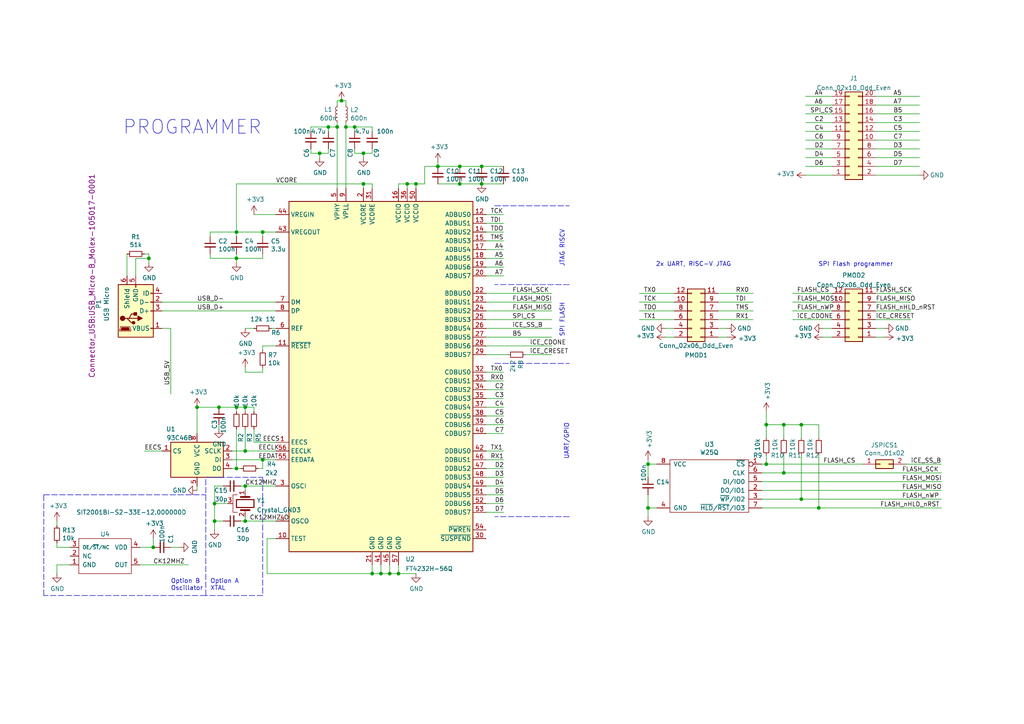
<source format=kicad_sch>
(kicad_sch (version 20211123) (generator eeschema)
  (paper "A4")
  (lib_symbols
    (symbol "Connector:USB_B_Micro" (pin_names (offset 1.016))
      (property "Reference" "J" (at -5.08 11.43 0))
      (property "Value" "USB_B_Micro" (at -5.08 8.89 0))
      (symbol "USB_B_Micro_1_1"
        (pin power_out line (at 7.62 5.08 180) (length 2.54) (name "VBUS") (number "1"))
        (pin bidirectional line (at 7.62 -2.54 180) (length 2.54) (name "D-") (number "2"))
        (pin bidirectional line (at 7.62 0 180) (length 2.54) (name "D+") (number "3"))
        (pin passive line (at 7.62 -5.08 180) (length 2.54) (name "ID") (number "4"))
        (pin power_out line (at 0 -10.16 90) (length 2.54) (name "GND") (number "5"))
        (pin passive line (at -2.54 -10.16 90) (length 2.54) (name "Shield") (number "6"))
      )
    )
    (symbol "Connector_Generic:Conn_02x01" (pin_names (offset 1.016) hide)
      (property "Reference" "J" (at 1.27 2.54 0))
      (property "Value" "Conn_02x01" (at 1.27 -2.54 0))
      (symbol "Conn_02x01_1_1"
        (pin passive line (at -5.08 0 0) (length 3.81) (name "Pin_1") (number "1"))
        (pin passive line (at 7.62 0 180) (length 3.81) (name "Pin_2") (number "2"))
      )
    )
    (symbol "Connector_Generic:Conn_02x06_Odd_Even" (pin_names (offset 1.016) hide)
      (property "Reference" "J" (at 1.27 7.62 0))
      (property "Value" "Conn_02x06_Odd_Even" (at 1.27 -10.16 0))
      (symbol "Conn_02x06_Odd_Even_1_1"
        (pin passive line (at -5.08 5.08 0) (length 3.81) (name "Pin_1") (number "1"))
        (pin passive line (at 7.62 -5.08 180) (length 3.81) (name "Pin_10") (number "10"))
        (pin passive line (at -5.08 -7.62 0) (length 3.81) (name "Pin_11") (number "11"))
        (pin passive line (at 7.62 -7.62 180) (length 3.81) (name "Pin_12") (number "12"))
        (pin passive line (at 7.62 5.08 180) (length 3.81) (name "Pin_2") (number "2"))
        (pin passive line (at -5.08 2.54 0) (length 3.81) (name "Pin_3") (number "3"))
        (pin passive line (at 7.62 2.54 180) (length 3.81) (name "Pin_4") (number "4"))
        (pin passive line (at -5.08 0 0) (length 3.81) (name "Pin_5") (number "5"))
        (pin passive line (at 7.62 0 180) (length 3.81) (name "Pin_6") (number "6"))
        (pin passive line (at -5.08 -2.54 0) (length 3.81) (name "Pin_7") (number "7"))
        (pin passive line (at 7.62 -2.54 180) (length 3.81) (name "Pin_8") (number "8"))
        (pin passive line (at -5.08 -5.08 0) (length 3.81) (name "Pin_9") (number "9"))
      )
    )
    (symbol "Connector_Generic:Conn_02x10_Odd_Even" (pin_names (offset 1.016) hide)
      (property "Reference" "J" (at 1.27 12.7 0))
      (property "Value" "Conn_02x10_Odd_Even" (at 1.27 -15.24 0))
      (symbol "Conn_02x10_Odd_Even_1_1"
        (pin passive line (at -5.08 10.16 0) (length 3.81) (name "Pin_1") (number "1"))
        (pin passive line (at 7.62 0 180) (length 3.81) (name "Pin_10") (number "10"))
        (pin passive line (at -5.08 -2.54 0) (length 3.81) (name "Pin_11") (number "11"))
        (pin passive line (at 7.62 -2.54 180) (length 3.81) (name "Pin_12") (number "12"))
        (pin passive line (at -5.08 -5.08 0) (length 3.81) (name "Pin_13") (number "13"))
        (pin passive line (at 7.62 -5.08 180) (length 3.81) (name "Pin_14") (number "14"))
        (pin passive line (at -5.08 -7.62 0) (length 3.81) (name "Pin_15") (number "15"))
        (pin passive line (at 7.62 -7.62 180) (length 3.81) (name "Pin_16") (number "16"))
        (pin passive line (at -5.08 -10.16 0) (length 3.81) (name "Pin_17") (number "17"))
        (pin passive line (at 7.62 -10.16 180) (length 3.81) (name "Pin_18") (number "18"))
        (pin passive line (at -5.08 -12.7 0) (length 3.81) (name "Pin_19") (number "19"))
        (pin passive line (at 7.62 10.16 180) (length 3.81) (name "Pin_2") (number "2"))
        (pin passive line (at 7.62 -12.7 180) (length 3.81) (name "Pin_20") (number "20"))
        (pin passive line (at -5.08 7.62 0) (length 3.81) (name "Pin_3") (number "3"))
        (pin passive line (at 7.62 7.62 180) (length 3.81) (name "Pin_4") (number "4"))
        (pin passive line (at -5.08 5.08 0) (length 3.81) (name "Pin_5") (number "5"))
        (pin passive line (at 7.62 5.08 180) (length 3.81) (name "Pin_6") (number "6"))
        (pin passive line (at -5.08 2.54 0) (length 3.81) (name "Pin_7") (number "7"))
        (pin passive line (at 7.62 2.54 180) (length 3.81) (name "Pin_8") (number "8"))
        (pin passive line (at -5.08 0 0) (length 3.81) (name "Pin_9") (number "9"))
      )
    )
    (symbol "Device:C_Small" (pin_numbers hide) (pin_names (offset 0.254) hide)
      (property "Reference" "C" (at 0.254 1.778 0))
      (property "Value" "C_Small" (at 0.254 -2.032 0))
      (symbol "C_Small_1_1"
        (pin passive line (at 0 2.54 270) (length 2.032) (name "~") (number "1"))
        (pin passive line (at 0 -2.54 90) (length 2.032) (name "~") (number "2"))
      )
    )
    (symbol "Device:Crystal_GND3" (pin_names (offset 1.016) hide)
      (property "Reference" "Y" (at 0 5.715 0))
      (property "Value" "Crystal_GND3" (at 0 3.81 0))
      (symbol "Crystal_GND3_1_1"
        (pin passive line (at -3.81 0 0) (length 1.27) (name "1") (number "1"))
        (pin passive line (at 3.81 0 180) (length 1.27) (name "2") (number "2"))
        (pin passive line (at 0 -5.08 90) (length 1.27) (name "3") (number "3"))
      )
    )
    (symbol "Device:L_Small" (pin_numbers hide) (pin_names (offset 0.254) hide)
      (property "Reference" "L" (at 0.762 1.016 0))
      (property "Value" "L_Small" (at 0.762 -1.016 0))
      (symbol "L_Small_1_1"
        (pin passive line (at 0 2.54 270) (length 0.508) (name "~") (number "1"))
        (pin passive line (at 0 -2.54 90) (length 0.508) (name "~") (number "2"))
      )
    )
    (symbol "Device:R_Small" (pin_numbers hide) (pin_names (offset 0.254) hide)
      (property "Reference" "R" (at 0.762 0.508 0))
      (property "Value" "R_Small" (at 0.762 -1.016 0))
      (symbol "R_Small_1_1"
        (pin passive line (at 0 2.54 270) (length 0.762) (name "~") (number "1"))
        (pin passive line (at 0 -2.54 90) (length 0.762) (name "~") (number "2"))
      )
    )
    (symbol "Memory_EEPROM:93CxxA"
      (property "Reference" "U" (at -7.62 6.35 0))
      (property "Value" "93CxxA" (at 2.54 -6.35 0))
      (symbol "93CxxA_1_1"
        (pin input line (at -10.16 2.54 0) (length 2.54) (name "CS") (number "1"))
        (pin input line (at 10.16 2.54 180) (length 2.54) (name "SCLK") (number "2"))
        (pin input line (at 10.16 0 180) (length 2.54) (name "DI") (number "3"))
        (pin tri_state line (at 10.16 -2.54 180) (length 2.54) (name "DO") (number "4"))
        (pin power_in line (at 0 -7.62 90) (length 2.54) (name "GND") (number "5"))
        (pin no_connect line (at -7.62 0 0) (length 2.54) hide (name "NC") (number "6"))
        (pin no_connect line (at -7.62 -2.54 0) (length 2.54) hide (name "NC") (number "7"))
        (pin power_in line (at 0 7.62 270) (length 2.54) (name "VCC") (number "8"))
      )
    )
    (symbol "core-v-mini-mcu-spiboot-fpga-lib:FT4232H-56Q"
      (property "Reference" "U" (at -26.67 53.34 0))
      (property "Value" "FT4232H-56Q" (at 19.05 53.34 0))
      (symbol "FT4232H-56Q_1_1"
        (pin output line (at -30.48 -17.78 0) (length 3.81) (name "EECS") (number "1"))
        (pin input line (at -30.48 -45.72 0) (length 3.81) (name "TEST") (number "10"))
        (pin input line (at -30.48 10.16 0) (length 3.81) (name "~{RESET}") (number "11"))
        (pin bidirectional line (at 30.48 48.26 180) (length 3.81) (name "ADBUS0") (number "12"))
        (pin bidirectional line (at 30.48 45.72 180) (length 3.81) (name "ADBUS1") (number "13"))
        (pin bidirectional line (at 30.48 43.18 180) (length 3.81) (name "ADBUS2") (number "14"))
        (pin bidirectional line (at 30.48 40.64 180) (length 3.81) (name "ADBUS3") (number "15"))
        (pin power_in line (at 5.08 55.88 270) (length 3.81) (name "VCCIO") (number "16"))
        (pin bidirectional line (at 30.48 38.1 180) (length 3.81) (name "ADBUS4") (number "17"))
        (pin bidirectional line (at 30.48 35.56 180) (length 3.81) (name "ADBUS5") (number "18"))
        (pin bidirectional line (at 30.48 33.02 180) (length 3.81) (name "ADBUS6") (number "19"))
        (pin power_in line (at -5.08 55.88 270) (length 3.81) (name "VCORE") (number "2"))
        (pin bidirectional line (at 30.48 30.48 180) (length 3.81) (name "ADBUS7") (number "20"))
        (pin power_in line (at -2.54 -53.34 90) (length 3.81) (name "GND") (number "21"))
        (pin bidirectional line (at 30.48 25.4 180) (length 3.81) (name "BDBUS0") (number "22"))
        (pin bidirectional line (at 30.48 22.86 180) (length 3.81) (name "BDBUS1") (number "23"))
        (pin bidirectional line (at 30.48 20.32 180) (length 3.81) (name "BDBUS2") (number "24"))
        (pin bidirectional line (at 30.48 17.78 180) (length 3.81) (name "BDBUS3") (number "25"))
        (pin bidirectional line (at 30.48 15.24 180) (length 3.81) (name "BDBUS4") (number "26"))
        (pin bidirectional line (at 30.48 12.7 180) (length 3.81) (name "BDBUS5") (number "27"))
        (pin bidirectional line (at 30.48 10.16 180) (length 3.81) (name "BDBUS6") (number "28"))
        (pin bidirectional line (at 30.48 7.62 180) (length 3.81) (name "BDBUS7") (number "29"))
        (pin input line (at -30.48 -30.48 0) (length 3.81) (name "OSCI") (number "3"))
        (pin output line (at 30.48 -45.72 180) (length 3.81) (name "~{SUSPEND}") (number "30"))
        (pin power_in line (at -2.54 55.88 270) (length 3.81) (name "VCORE") (number "31"))
        (pin bidirectional line (at 30.48 2.54 180) (length 3.81) (name "CDBUS0") (number "32"))
        (pin bidirectional line (at 30.48 0 180) (length 3.81) (name "CDBUS1") (number "33"))
        (pin bidirectional line (at 30.48 -2.54 180) (length 3.81) (name "CDBUS2") (number "34"))
        (pin bidirectional line (at 30.48 -5.08 180) (length 3.81) (name "CDBUS3") (number "35"))
        (pin power_in line (at 7.62 55.88 270) (length 3.81) (name "VCCIO") (number "36"))
        (pin bidirectional line (at 30.48 -7.62 180) (length 3.81) (name "CDBUS4") (number "37"))
        (pin bidirectional line (at 30.48 -10.16 180) (length 3.81) (name "CDBUS5") (number "38"))
        (pin bidirectional line (at 30.48 -12.7 180) (length 3.81) (name "CDBUS6") (number "39"))
        (pin output line (at -30.48 -40.64 0) (length 3.81) (name "OSCO") (number "4"))
        (pin bidirectional line (at 30.48 -15.24 180) (length 3.81) (name "CDBUS7") (number "40"))
        (pin power_in line (at 0 -53.34 90) (length 3.81) (name "GND") (number "41"))
        (pin bidirectional line (at 30.48 -20.32 180) (length 3.81) (name "DDBUS0") (number "42"))
        (pin power_out line (at -30.48 43.18 0) (length 3.81) (name "VREGOUT") (number "43"))
        (pin power_in line (at -30.48 48.26 0) (length 3.81) (name "VREGIN") (number "44"))
        (pin power_in line (at 2.54 -53.34 90) (length 3.81) (name "GND") (number "45"))
        (pin bidirectional line (at 30.48 -22.86 180) (length 3.81) (name "DDBUS1") (number "46"))
        (pin bidirectional line (at 30.48 -25.4 180) (length 3.81) (name "DDBUS2") (number "47"))
        (pin bidirectional line (at 30.48 -27.94 180) (length 3.81) (name "DDBUS3") (number "48"))
        (pin bidirectional line (at 30.48 -30.48 180) (length 3.81) (name "DDBUS4") (number "49"))
        (pin power_in line (at -12.7 55.88 270) (length 3.81) (name "VPHY") (number "5"))
        (pin power_in line (at 10.16 55.88 270) (length 3.81) (name "VCCIO") (number "50"))
        (pin bidirectional line (at 30.48 -33.02 180) (length 3.81) (name "DDBUS5") (number "51"))
        (pin bidirectional line (at 30.48 -35.56 180) (length 3.81) (name "DDBUS6") (number "52"))
        (pin bidirectional line (at 30.48 -38.1 180) (length 3.81) (name "DDBUS7") (number "53"))
        (pin output line (at 30.48 -43.18 180) (length 3.81) (name "~{PWREN}") (number "54"))
        (pin bidirectional line (at -30.48 -22.86 0) (length 3.81) (name "EEDATA") (number "55"))
        (pin output line (at -30.48 -20.32 0) (length 3.81) (name "EECLK") (number "56"))
        (pin power_in line (at 5.08 -53.34 90) (length 3.81) (name "GND") (number "57"))
        (pin input line (at -30.48 15.24 0) (length 3.81) (name "REF") (number "6"))
        (pin bidirectional line (at -30.48 22.86 0) (length 3.81) (name "DM") (number "7"))
        (pin bidirectional line (at -30.48 20.32 0) (length 3.81) (name "DP") (number "8"))
        (pin power_in line (at -10.16 55.88 270) (length 3.81) (name "VPLL") (number "9"))
      )
    )
    (symbol "pkl_device:pkl_oscillator_sit2001" (pin_names (offset 1.016))
      (property "Reference" "U" (at 0 7.62 0))
      (property "Value" "pkl_oscillator_sit2001" (at 0 -6.35 0))
      (symbol "pkl_oscillator_sit2001_1_1"
        (pin passive line (at 10.16 -2.54 180) (length 2.54) (name "GND") (number "1"))
        (pin passive line (at 10.16 0 180) (length 2.54) (name "NC") (number "2"))
        (pin passive line (at 10.16 2.54 180) (length 2.54) (name "OE/~{ST}/NC") (number "3"))
        (pin passive line (at -10.16 2.54 0) (length 2.54) (name "VDD") (number "4"))
        (pin passive line (at -10.16 -2.54 0) (length 2.54) (name "OUT") (number "5"))
      )
    )
    (symbol "pkl_memory:W25Q" (pin_names (offset 1.016))
      (property "Reference" "U" (at 0 -10.16 0))
      (property "Value" "W25Q" (at 0 7.62 0))
      (symbol "W25Q_1_1"
        (pin passive inverted (at -15.24 5.08 0) (length 3.81) (name "~{CS}") (number "1"))
        (pin passive line (at -15.24 -2.54 0) (length 3.81) (name "DO/IO1") (number "2"))
        (pin passive line (at -15.24 -5.08 0) (length 3.81) (name "~{WP}/IO2") (number "3"))
        (pin passive line (at 15.24 -7.62 180) (length 3.81) (name "GND") (number "4"))
        (pin passive line (at -15.24 0 0) (length 3.81) (name "DI/IO0") (number "5"))
        (pin passive line (at -15.24 2.54 0) (length 3.81) (name "CLK") (number "6"))
        (pin passive line (at -15.24 -7.62 0) (length 3.81) (name "~{HLD}/~{RST}/IO3") (number "7"))
        (pin passive line (at 15.24 5.08 180) (length 3.81) (name "VCC") (number "8"))
      )
    )
    (symbol "power:+3.3V" (power) (pin_names (offset 0))
      (property "Value" "+3.3V" (at 0 3.556 0))
      (symbol "+3.3V_1_1"
        (pin power_in line (at 0 0 90) (length 0) hide (name "+3V3") (number "1"))
      )
    )
    (symbol "power:GND" (power) (pin_names (offset 0))
      (property "Value" "GND" (at 0 -3.81 0))
      (symbol "GND_1_1"
        (pin power_in line (at 0 0 270) (length 0) hide (name "GND") (number "1"))
      )
    )
  )
  (junction (at 71.12 151.13))
  (junction (at 71.12 140.97))
  (junction (at 237.49 147.32))
  (junction (at 43.18 74.93))
  (junction (at 99.06 29.21))
  (junction (at 139.7 53.34))
  (junction (at 102.87 36.83))
  (junction (at 105.41 53.34))
  (junction (at 68.58 135.89))
  (junction (at 113.03 166.37))
  (junction (at 227.33 123.19))
  (junction (at 95.25 36.83))
  (junction (at 97.79 36.83))
  (junction (at 133.35 48.26))
  (junction (at 105.41 44.45))
  (junction (at 133.35 53.34))
  (junction (at 68.58 74.93))
  (junction (at 232.41 144.78))
  (junction (at 227.33 137.16))
  (junction (at 76.2 67.31))
  (junction (at 118.11 53.34))
  (junction (at 63.5 118.11))
  (junction (at 71.12 118.11))
  (junction (at 76.2 133.35))
  (junction (at 100.33 36.83))
  (junction (at 232.41 123.19))
  (junction (at 62.23 146.05))
  (junction (at 71.12 130.81))
  (junction (at 110.49 166.37))
  (junction (at 222.25 123.19))
  (junction (at 139.7 48.26))
  (junction (at 107.95 166.37))
  (junction (at 222.25 134.62))
  (junction (at 68.58 118.11))
  (junction (at 115.57 166.37))
  (junction (at 57.15 118.11))
  (junction (at 120.65 53.34))
  (junction (at 44.45 158.75))
  (junction (at 92.71 44.45))
  (junction (at 187.96 147.32))
  (junction (at 68.58 67.31))
  (junction (at 187.96 134.62))
  (junction (at 62.23 151.13))
  (junction (at 127 48.26))
  (wire (pts (xy 233.68 33.02) (xy 241.3 33.02)))
  (wire (pts (xy 254 87.63) (xy 264.16 87.63)))
  (wire (pts (xy 41.91 73.66) (xy 43.18 73.66)))
  (wire (pts (xy 229.87 87.63) (xy 241.3 87.63)))
  (wire (pts (xy 146.05 140.97) (xy 140.97 140.97)))
  (wire (pts (xy 76.2 67.31) (xy 68.58 67.31)))
  (wire (pts (xy 39.37 80.01) (xy 39.37 74.93)))
  (wire (pts (xy 80.01 130.81) (xy 71.12 130.81)))
  (wire (pts (xy 229.87 92.71) (xy 241.3 92.71)))
  (wire (pts (xy 238.76 97.79) (xy 241.3 97.79)))
  (wire (pts (xy 185.42 87.63) (xy 195.58 87.63)))
  (wire (pts (xy 115.57 53.34) (xy 118.11 53.34)))
  (wire (pts (xy 146.05 130.81) (xy 140.97 130.81)))
  (wire (pts (xy 254 92.71) (xy 264.16 92.71)))
  (wire (pts (xy 16.51 157.48) (xy 16.51 158.75)))
  (wire (pts (xy 62.23 140.97) (xy 64.77 140.97)))
  (wire (pts (xy 76.2 74.93) (xy 68.58 74.93)))
  (polyline (pts (xy 165.1 82.55) (xy 143.51 82.55)))
  (wire (pts (xy 140.97 77.47) (xy 146.05 77.47)))
  (wire (pts (xy 110.49 166.37) (xy 113.03 166.37)))
  (wire (pts (xy 62.23 146.05) (xy 62.23 140.97)))
  (wire (pts (xy 49.53 95.25) (xy 49.53 114.3)))
  (wire (pts (xy 208.28 92.71) (xy 218.44 92.71)))
  (wire (pts (xy 71.12 119.38) (xy 71.12 118.11)))
  (wire (pts (xy 64.77 151.13) (xy 62.23 151.13)))
  (wire (pts (xy 99.06 29.21) (xy 97.79 29.21)))
  (wire (pts (xy 152.4 102.87) (xy 160.02 102.87)))
  (wire (pts (xy 107.95 54.61) (xy 107.95 53.34)))
  (wire (pts (xy 43.18 74.93) (xy 43.18 76.2)))
  (wire (pts (xy 105.41 44.45) (xy 107.95 44.45)))
  (wire (pts (xy 232.41 132.08) (xy 232.41 144.78)))
  (wire (pts (xy 68.58 67.31) (xy 68.58 68.58)))
  (wire (pts (xy 80.01 100.33) (xy 76.2 100.33)))
  (wire (pts (xy 69.85 151.13) (xy 71.12 151.13)))
  (wire (pts (xy 140.97 67.31) (xy 146.05 67.31)))
  (wire (pts (xy 220.98 144.78) (xy 232.41 144.78)))
  (wire (pts (xy 140.97 118.11) (xy 146.05 118.11)))
  (wire (pts (xy 97.79 36.83) (xy 95.25 36.83)))
  (wire (pts (xy 90.17 44.45) (xy 90.17 43.18)))
  (polyline (pts (xy 143.51 105.41) (xy 165.1 105.41)))
  (wire (pts (xy 254 27.94) (xy 266.7 27.94)))
  (wire (pts (xy 140.97 123.19) (xy 146.05 123.19)))
  (wire (pts (xy 73.66 128.27) (xy 73.66 124.46)))
  (wire (pts (xy 220.98 134.62) (xy 222.25 134.62)))
  (polyline (pts (xy 59.69 172.72) (xy 12.7 172.72)))
  (wire (pts (xy 71.12 130.81) (xy 67.31 130.81)))
  (wire (pts (xy 76.2 73.66) (xy 76.2 74.93)))
  (wire (pts (xy 71.12 140.97) (xy 80.01 140.97)))
  (wire (pts (xy 73.66 95.25) (xy 71.12 95.25)))
  (wire (pts (xy 254 38.1) (xy 266.7 38.1)))
  (wire (pts (xy 222.25 127) (xy 222.25 123.19)))
  (wire (pts (xy 113.03 166.37) (xy 115.57 166.37)))
  (wire (pts (xy 68.58 67.31) (xy 60.96 67.31)))
  (wire (pts (xy 62.23 151.13) (xy 62.23 146.05)))
  (wire (pts (xy 140.97 110.49) (xy 146.05 110.49)))
  (wire (pts (xy 220.98 142.24) (xy 273.05 142.24)))
  (wire (pts (xy 254 35.56) (xy 266.7 35.56)))
  (wire (pts (xy 100.33 29.21) (xy 100.33 30.48)))
  (polyline (pts (xy 143.51 59.69) (xy 165.1 59.69)))
  (wire (pts (xy 220.98 137.16) (xy 227.33 137.16)))
  (wire (pts (xy 208.28 87.63) (xy 218.44 87.63)))
  (wire (pts (xy 139.7 53.34) (xy 146.05 53.34)))
  (wire (pts (xy 71.12 118.11) (xy 68.58 118.11)))
  (wire (pts (xy 140.97 92.71) (xy 160.02 92.71)))
  (wire (pts (xy 187.96 143.51) (xy 187.96 147.32)))
  (wire (pts (xy 68.58 135.89) (xy 69.85 135.89)))
  (wire (pts (xy 133.35 53.34) (xy 139.7 53.34)))
  (wire (pts (xy 107.95 163.83) (xy 107.95 166.37)))
  (wire (pts (xy 68.58 74.93) (xy 60.96 74.93)))
  (wire (pts (xy 233.68 38.1) (xy 241.3 38.1)))
  (wire (pts (xy 67.31 135.89) (xy 68.58 135.89)))
  (wire (pts (xy 254 95.25) (xy 256.54 95.25)))
  (wire (pts (xy 127 48.26) (xy 123.19 48.26)))
  (wire (pts (xy 220.98 139.7) (xy 273.05 139.7)))
  (wire (pts (xy 95.25 44.45) (xy 92.71 44.45)))
  (wire (pts (xy 63.5 118.11) (xy 57.15 118.11)))
  (wire (pts (xy 71.12 106.68) (xy 71.12 107.95)))
  (wire (pts (xy 100.33 36.83) (xy 100.33 54.61)))
  (wire (pts (xy 140.97 125.73) (xy 146.05 125.73)))
  (polyline (pts (xy 59.69 172.72) (xy 59.69 138.43)))
  (wire (pts (xy 146.05 138.43) (xy 140.97 138.43)))
  (wire (pts (xy 140.97 62.23) (xy 146.05 62.23)))
  (wire (pts (xy 71.12 149.86) (xy 71.12 151.13)))
  (wire (pts (xy 254 33.02) (xy 266.7 33.02)))
  (wire (pts (xy 229.87 90.17) (xy 241.3 90.17)))
  (wire (pts (xy 68.58 74.93) (xy 68.58 76.2)))
  (wire (pts (xy 185.42 90.17) (xy 195.58 90.17)))
  (wire (pts (xy 80.01 95.25) (xy 78.74 95.25)))
  (wire (pts (xy 127 53.34) (xy 133.35 53.34)))
  (wire (pts (xy 68.58 118.11) (xy 63.5 118.11)))
  (wire (pts (xy 120.65 54.61) (xy 120.65 53.34)))
  (wire (pts (xy 229.87 85.09) (xy 241.3 85.09)))
  (wire (pts (xy 227.33 123.19) (xy 232.41 123.19)))
  (wire (pts (xy 208.28 85.09) (xy 218.44 85.09)))
  (wire (pts (xy 227.33 137.16) (xy 273.05 137.16)))
  (wire (pts (xy 187.96 133.35) (xy 187.96 134.62)))
  (wire (pts (xy 187.96 134.62) (xy 190.5 134.62)))
  (wire (pts (xy 90.17 36.83) (xy 90.17 38.1)))
  (wire (pts (xy 238.76 95.25) (xy 241.3 95.25)))
  (wire (pts (xy 97.79 36.83) (xy 97.79 54.61)))
  (wire (pts (xy 140.97 120.65) (xy 146.05 120.65)))
  (wire (pts (xy 123.19 48.26) (xy 123.19 53.34)))
  (wire (pts (xy 140.97 102.87) (xy 147.32 102.87)))
  (wire (pts (xy 73.66 119.38) (xy 73.66 118.11)))
  (wire (pts (xy 133.35 48.26) (xy 139.7 48.26)))
  (wire (pts (xy 140.97 113.03) (xy 146.05 113.03)))
  (polyline (pts (xy 12.7 172.72) (xy 12.7 143.51)))
  (polyline (pts (xy 63.5 138.43) (xy 76.2 138.43)))
  (wire (pts (xy 233.68 30.48) (xy 241.3 30.48)))
  (wire (pts (xy 146.05 74.93) (xy 140.97 74.93)))
  (wire (pts (xy 140.97 90.17) (xy 160.02 90.17)))
  (polyline (pts (xy 76.2 172.72) (xy 59.69 172.72)))
  (wire (pts (xy 140.97 85.09) (xy 160.02 85.09)))
  (wire (pts (xy 76.2 100.33) (xy 76.2 101.6)))
  (wire (pts (xy 102.87 43.18) (xy 102.87 44.45)))
  (wire (pts (xy 107.95 43.18) (xy 107.95 44.45)))
  (wire (pts (xy 237.49 147.32) (xy 273.05 147.32)))
  (polyline (pts (xy 76.2 138.43) (xy 76.2 172.72)))
  (wire (pts (xy 222.25 123.19) (xy 227.33 123.19)))
  (wire (pts (xy 44.45 158.75) (xy 44.45 156.21)))
  (wire (pts (xy 92.71 44.45) (xy 92.71 45.72)))
  (wire (pts (xy 60.96 67.31) (xy 60.96 68.58)))
  (wire (pts (xy 74.93 135.89) (xy 76.2 135.89)))
  (wire (pts (xy 97.79 29.21) (xy 97.79 30.48)))
  (wire (pts (xy 40.64 163.83) (xy 54.61 163.83)))
  (wire (pts (xy 140.97 72.39) (xy 146.05 72.39)))
  (wire (pts (xy 146.05 80.01) (xy 140.97 80.01)))
  (wire (pts (xy 80.01 67.31) (xy 76.2 67.31)))
  (wire (pts (xy 57.15 140.97) (xy 57.15 142.24)))
  (wire (pts (xy 97.79 36.83) (xy 97.79 35.56)))
  (wire (pts (xy 208.28 90.17) (xy 218.44 90.17)))
  (wire (pts (xy 95.25 43.18) (xy 95.25 44.45)))
  (wire (pts (xy 140.97 115.57) (xy 146.05 115.57)))
  (polyline (pts (xy 59.69 138.43) (xy 63.5 138.43)))
  (wire (pts (xy 233.68 27.94) (xy 241.3 27.94)))
  (wire (pts (xy 115.57 166.37) (xy 120.65 166.37)))
  (wire (pts (xy 208.28 97.79) (xy 210.82 97.79)))
  (wire (pts (xy 77.47 156.21) (xy 77.47 166.37)))
  (wire (pts (xy 110.49 163.83) (xy 110.49 166.37)))
  (wire (pts (xy 16.51 158.75) (xy 20.32 158.75)))
  (wire (pts (xy 57.15 118.11) (xy 57.15 125.73)))
  (wire (pts (xy 43.18 73.66) (xy 43.18 74.93)))
  (wire (pts (xy 187.96 147.32) (xy 187.96 149.86)))
  (wire (pts (xy 46.99 95.25) (xy 49.53 95.25)))
  (wire (pts (xy 49.53 158.75) (xy 52.07 158.75)))
  (wire (pts (xy 76.2 133.35) (xy 80.01 133.35)))
  (wire (pts (xy 187.96 134.62) (xy 187.96 138.43)))
  (wire (pts (xy 105.41 54.61) (xy 105.41 53.34)))
  (wire (pts (xy 193.04 95.25) (xy 195.58 95.25)))
  (wire (pts (xy 102.87 36.83) (xy 102.87 38.1)))
  (wire (pts (xy 20.32 163.83) (xy 16.51 163.83)))
  (wire (pts (xy 113.03 163.83) (xy 113.03 166.37)))
  (wire (pts (xy 222.25 134.62) (xy 250.19 134.62)))
  (wire (pts (xy 71.12 140.97) (xy 71.12 142.24)))
  (wire (pts (xy 233.68 35.56) (xy 241.3 35.56)))
  (wire (pts (xy 233.68 45.72) (xy 241.3 45.72)))
  (wire (pts (xy 146.05 135.89) (xy 140.97 135.89)))
  (wire (pts (xy 16.51 151.13) (xy 16.51 152.4)))
  (wire (pts (xy 46.99 87.63) (xy 80.01 87.63)))
  (wire (pts (xy 46.99 90.17) (xy 80.01 90.17)))
  (wire (pts (xy 60.96 74.93) (xy 60.96 73.66)))
  (wire (pts (xy 273.05 134.62) (xy 262.89 134.62)))
  (wire (pts (xy 67.31 133.35) (xy 76.2 133.35)))
  (wire (pts (xy 107.95 166.37) (xy 110.49 166.37)))
  (wire (pts (xy 107.95 36.83) (xy 107.95 38.1)))
  (wire (pts (xy 80.01 62.23) (xy 73.66 62.23)))
  (wire (pts (xy 232.41 123.19) (xy 237.49 123.19)))
  (wire (pts (xy 71.12 151.13) (xy 80.01 151.13)))
  (polyline (pts (xy 165.1 149.86) (xy 143.51 149.86)))
  (wire (pts (xy 140.97 95.25) (xy 160.02 95.25)))
  (wire (pts (xy 92.71 44.45) (xy 90.17 44.45)))
  (wire (pts (xy 77.47 166.37) (xy 107.95 166.37)))
  (wire (pts (xy 140.97 100.33) (xy 160.02 100.33)))
  (wire (pts (xy 73.66 118.11) (xy 71.12 118.11)))
  (wire (pts (xy 220.98 147.32) (xy 237.49 147.32)))
  (wire (pts (xy 107.95 53.34) (xy 105.41 53.34)))
  (wire (pts (xy 71.12 124.46) (xy 71.12 130.81)))
  (wire (pts (xy 208.28 95.25) (xy 210.82 95.25)))
  (wire (pts (xy 41.91 130.81) (xy 46.99 130.81)))
  (wire (pts (xy 76.2 135.89) (xy 76.2 133.35)))
  (wire (pts (xy 146.05 148.59) (xy 140.97 148.59)))
  (wire (pts (xy 227.33 123.19) (xy 227.33 127)))
  (wire (pts (xy 233.68 43.18) (xy 241.3 43.18)))
  (wire (pts (xy 146.05 64.77) (xy 140.97 64.77)))
  (wire (pts (xy 100.33 29.21) (xy 99.06 29.21)))
  (wire (pts (xy 36.83 73.66) (xy 36.83 80.01)))
  (wire (pts (xy 63.5 123.19) (xy 63.5 124.46)))
  (wire (pts (xy 115.57 54.61) (xy 115.57 53.34)))
  (wire (pts (xy 254 30.48) (xy 266.7 30.48)))
  (wire (pts (xy 69.85 140.97) (xy 71.12 140.97)))
  (wire (pts (xy 146.05 143.51) (xy 140.97 143.51)))
  (wire (pts (xy 115.57 163.83) (xy 115.57 166.37)))
  (wire (pts (xy 102.87 36.83) (xy 107.95 36.83)))
  (wire (pts (xy 71.12 107.95) (xy 76.2 107.95)))
  (wire (pts (xy 127 46.99) (xy 127 48.26)))
  (wire (pts (xy 254 85.09) (xy 264.16 85.09)))
  (wire (pts (xy 190.5 147.32) (xy 187.96 147.32)))
  (wire (pts (xy 127 48.26) (xy 133.35 48.26)))
  (wire (pts (xy 185.42 92.71) (xy 195.58 92.71)))
  (wire (pts (xy 254 90.17) (xy 264.16 90.17)))
  (wire (pts (xy 254 43.18) (xy 266.7 43.18)))
  (wire (pts (xy 100.33 36.83) (xy 102.87 36.83)))
  (wire (pts (xy 118.11 53.34) (xy 120.65 53.34)))
  (wire (pts (xy 100.33 35.56) (xy 100.33 36.83)))
  (wire (pts (xy 140.97 97.79) (xy 160.02 97.79)))
  (wire (pts (xy 120.65 53.34) (xy 123.19 53.34)))
  (wire (pts (xy 68.58 73.66) (xy 68.58 74.93)))
  (wire (pts (xy 222.25 123.19) (xy 222.25 119.38)))
  (wire (pts (xy 16.51 163.83) (xy 16.51 166.37)))
  (wire (pts (xy 193.04 97.79) (xy 195.58 97.79)))
  (wire (pts (xy 222.25 134.62) (xy 222.25 132.08)))
  (wire (pts (xy 95.25 36.83) (xy 95.25 38.1)))
  (wire (pts (xy 139.7 48.26) (xy 146.05 48.26)))
  (wire (pts (xy 39.37 74.93) (xy 43.18 74.93)))
  (wire (pts (xy 254 50.8) (xy 266.7 50.8)))
  (wire (pts (xy 80.01 156.21) (xy 77.47 156.21)))
  (wire (pts (xy 140.97 133.35) (xy 146.05 133.35)))
  (wire (pts (xy 227.33 132.08) (xy 227.33 137.16)))
  (polyline (pts (xy 12.7 143.51) (xy 59.69 143.51)))
  (wire (pts (xy 146.05 146.05) (xy 140.97 146.05)))
  (wire (pts (xy 185.42 85.09) (xy 195.58 85.09)))
  (wire (pts (xy 118.11 54.61) (xy 118.11 53.34)))
  (wire (pts (xy 80.01 128.27) (xy 73.66 128.27)))
  (wire (pts (xy 254 45.72) (xy 266.7 45.72)))
  (wire (pts (xy 68.58 119.38) (xy 68.58 118.11)))
  (wire (pts (xy 140.97 107.95) (xy 146.05 107.95)))
  (wire (pts (xy 233.68 40.64) (xy 241.3 40.64)))
  (wire (pts (xy 102.87 44.45) (xy 105.41 44.45)))
  (wire (pts (xy 105.41 44.45) (xy 105.41 45.72)))
  (wire (pts (xy 68.58 124.46) (xy 68.58 135.89)))
  (wire (pts (xy 254 40.64) (xy 266.7 40.64)))
  (wire (pts (xy 140.97 87.63) (xy 160.02 87.63)))
  (wire (pts (xy 76.2 107.95) (xy 76.2 106.68)))
  (wire (pts (xy 232.41 127) (xy 232.41 123.19)))
  (wire (pts (xy 76.2 68.58) (xy 76.2 67.31)))
  (wire (pts (xy 40.64 158.75) (xy 44.45 158.75)))
  (wire (pts (xy 68.58 67.31) (xy 68.58 53.34)))
  (wire (pts (xy 254 48.26) (xy 266.7 48.26)))
  (wire (pts (xy 237.49 132.08) (xy 237.49 147.32)))
  (wire (pts (xy 237.49 123.19) (xy 237.49 127)))
  (wire (pts (xy 62.23 151.13) (xy 62.23 153.67)))
  (wire (pts (xy 95.25 36.83) (xy 90.17 36.83)))
  (wire (pts (xy 233.68 50.8) (xy 241.3 50.8)))
  (wire (pts (xy 105.41 53.34) (xy 68.58 53.34)))
  (wire (pts (xy 62.23 146.05) (xy 66.04 146.05)))
  (wire (pts (xy 233.68 48.26) (xy 241.3 48.26)))
  (wire (pts (xy 232.41 144.78) (xy 273.05 144.78)))
  (wire (pts (xy 254 97.79) (xy 256.54 97.79)))
  (wire (pts (xy 146.05 69.85) (xy 140.97 69.85)))
  (text "SPI FLASH" (at 163.83 97.79 90) (effects (font (size 1.27 1.27)) (justify left bottom)))
  (text "SPI Flash programmer" (at 259.08 77.47 180) (effects (font (size 1.27 1.27)) (justify right bottom)))
  (text "JTAG RISCV" (at 163.83 77.47 90) (effects (font (size 1.27 1.27)) (justify left bottom)))
  (text "UART/GPIO" (at 165.1 133.35 90) (effects (font (size 1.27 1.27)) (justify left bottom)))
  (text "Option A\nXTAL" (at 60.96 171.45 0) (effects (font (size 1.27 1.27)) (justify left bottom)))
  (text "2x UART, RISC-V JTAG" (at 212.09 77.47 180) (effects (font (size 1.27 1.27)) (justify right bottom)))
  (text "PROGRAMMER" (at 35.56 39.37 0) (effects (font (size 3.9878 3.9878)) (justify left bottom)))
  (text "Option B \nOscillator" (at 49.53 171.45 0) (effects (font (size 1.27 1.27)) (justify left bottom)))
  (label "iCE_SS_B" (at 148.59 95.25 0))
  (label "TCK" (at 142.24 62.23 0))
  (label "TMS" (at 213.36 90.17 0))
  (label "D3" (at 259.08 43.18 0))
  (label "C4" (at 143.51 118.11 0))
  (label "RX0" (at 142.24 110.49 0))
  (label "EECLK" (at 74.93 130.81 0))
  (label "FLASH_nWP" (at 231.14 90.17 0))
  (label "RX1" (at 213.36 92.71 0))
  (label "D2" (at 143.51 135.89 0))
  (label "TX1" (at 186.69 92.71 0))
  (label "FLASH_nWP" (at 261.62 144.78 0))
  (label "TDI" (at 142.24 64.77 0))
  (label "FLASH_CS" (at 238.76 134.62 0))
  (label "USB_5V" (at 49.53 111.76 90))
  (label "D6" (at 143.51 146.05 0))
  (label "D5" (at 259.08 45.72 0))
  (label "FLASH_MISO" (at 148.59 90.17 0))
  (label "D5" (at 143.51 143.51 0))
  (label "C5" (at 259.08 38.1 0))
  (label "TDO" (at 142.24 67.31 0))
  (label "C3" (at 259.08 35.56 0))
  (label "B5" (at 259.08 33.02 0))
  (label "C7" (at 259.08 40.64 0))
  (label "FLASH_CS" (at 231.14 85.09 0))
  (label "C7" (at 143.51 125.73 0))
  (label "D6" (at 236.22 48.26 0))
  (label "iCE_CRESET" (at 254 92.71 0))
  (label "FLASH_MISO" (at 254 87.63 0))
  (label "iCE_CDONE" (at 231.14 92.71 0))
  (label "iCE_CRESET" (at 153.67 102.87 0))
  (label "iCE_CDONE" (at 153.67 100.33 0))
  (label "RX0" (at 213.36 85.09 0))
  (label "EECS" (at 76.2 128.27 0))
  (label "FLASH_nHLD_nRST" (at 255.27 147.32 0))
  (label "FLASH_MOSI" (at 261.62 139.7 0))
  (label "A5" (at 259.08 27.94 0))
  (label "SPI_CS" (at 234.95 33.02 0))
  (label "USB_D-" (at 57.15 87.63 0))
  (label "CK12MHZ" (at 44.45 163.83 0))
  (label "C3" (at 143.51 115.57 0))
  (label "A4" (at 143.51 72.39 0))
  (label "D4" (at 236.22 45.72 0))
  (label "C5" (at 143.51 120.65 0))
  (label "TMS" (at 142.24 69.85 0))
  (label "RX1" (at 142.24 133.35 0))
  (label "A5" (at 143.51 74.93 0))
  (label "FLASH_MOSI" (at 231.14 87.63 0))
  (label "D7" (at 259.08 48.26 0))
  (label "VCORE" (at 80.01 53.34 0))
  (label "FLASH_MISO" (at 261.62 142.24 0))
  (label "USB_D+" (at 57.15 90.17 0))
  (label "A7" (at 259.08 30.48 0))
  (label "A7" (at 143.51 80.01 0))
  (label "C2" (at 143.51 113.03 0))
  (label "C4" (at 236.22 38.1 0))
  (label "FLASH_SCK" (at 261.62 137.16 0))
  (label "SPI_CS" (at 148.59 92.71 0))
  (label "D7" (at 143.51 148.59 0))
  (label "FLASH_MOSI" (at 148.59 87.63 0))
  (label "TX1" (at 142.24 130.81 0))
  (label "TX0" (at 186.69 85.09 0))
  (label "A6" (at 236.22 30.48 0))
  (label "EECS" (at 41.91 130.81 0))
  (label "CK12MHZ_O" (at 72.39 151.13 0))
  (label "FLASH_SCK" (at 254 85.09 0))
  (label "D2" (at 236.22 43.18 0))
  (label "D4" (at 143.51 140.97 0))
  (label "TDO" (at 186.69 90.17 0))
  (label "CK12MHZ" (at 71.12 140.97 0))
  (label "C6" (at 236.22 40.64 0))
  (label "FLASH_nHLD_nRST" (at 254 90.17 0))
  (label "C6" (at 143.51 123.19 0))
  (label "A6" (at 143.51 77.47 0))
  (label "TCK" (at 186.69 87.63 0))
  (label "D3" (at 143.51 138.43 0))
  (label "C2" (at 236.22 35.56 0))
  (label "TX0" (at 142.24 107.95 0))
  (label "iCE_SS_B" (at 264.16 134.62 0))
  (label "A4" (at 236.22 27.94 0))
  (label "FLASH_SCK" (at 148.59 85.09 0))
  (label "TDI" (at 213.36 87.63 0))
  (label "EEDAT" (at 74.93 133.35 0))
  (label "B5" (at 148.59 97.79 0))
  (symbol (lib_id "Device:R_Small") (at 68.58 121.92 180) (unit 1)
    (property "Reference" "R2" (at 69.85 128.27 90) (effects (justify right)))
    (property "Value" "10k" (at 68.58 118.11 90) (effects (justify right)))
    (property "Footprint" "Resistor_SMD:R_0603_1608Metric" (effects hide))
    (property "Digikey Part Number" "P10KGCT-ND" (effects hide))
    (property "Mouser Part Number" "667-ERJ-3GEYJ103V" (effects hide))
  )
  (symbol (lib_id "Device:R_Small") (at 16.51 154.94 180) (unit 1)
    (property "Reference" "R13" (at 18.0086 153.7716 0) (effects (justify right)))
    (property "Value" "10k" (at 18.0086 156.083 0) (effects (justify right)))
    (property "Footprint" "Resistor_SMD:R_0603_1608Metric" (effects hide))
    (property "Digikey Part Number" "P10KGCT-ND" (effects hide))
    (property "Mouser Part Number" "667-ERJ-3GEYJ103V" (effects hide))
  )
  (symbol (lib_id "Device:C_Small") (at 146.05 50.8 0) (unit 1)
    (property "Reference" "C13" (at 148.3868 49.6316 0) (effects (justify left)))
    (property "Value" "100n" (at 148.3868 51.943 0) (effects (justify left)))
    (property "Footprint" "Capacitor_SMD:C_0603_1608Metric" (effects hide))
    (property "Digikey Part Number" "399-9158-1-ND" (effects hide))
    (property "Mouser Part Number" "80-C0805C104Z3V" (effects hide))
  )
  (symbol (lib_id "Device:C_Small") (at 107.95 40.64 0) (unit 1)
    (property "Reference" "C9" (at 109.22 45.72 90) (effects (justify left)))
    (property "Value" "100n" (at 109.22 38.1 0) (effects (justify left)))
    (property "Footprint" "Capacitor_SMD:C_0603_1608Metric" (effects hide))
    (property "Digikey Part Number" "399-9158-1-ND" (effects hide))
    (property "Mouser Part Number" "80-C0805C104Z3V" (effects hide))
  )
  (symbol (lib_id "Device:C_Small") (at 67.31 140.97 90) (unit 1)
    (property "Reference" "C15" (at 66.04 142.24 90) (effects (justify left)))
    (property "Value" "30p" (at 66.04 144.78 90) (effects (justify left)))
    (property "Footprint" "Capacitor_SMD:C_0603_1608Metric" (effects hide))
    (property "Digikey Part Number" "399-9158-1-ND" (effects hide))
    (property "Mouser Part Number" "80-C0805C104Z3V" (effects hide))
  )
  (symbol (lib_id "power:GND") (at 92.71 45.72 0) (unit 1)
    (property "Reference" "#PWR09" (effects hide))
    (property "Value" "GND" (at 92.837 50.1142 0))
  )
  (symbol (lib_id "Connector_Generic:Conn_02x01") (at 255.27 134.62 0) (unit 1)
    (property "Reference" "JSPICS1" (at 256.54 129.1082 0))
    (property "Value" "Conn_01x02" (at 256.54 131.4196 0))
    (property "Footprint" "Connector_PinHeader_2.54mm:PinHeader_1x02_P2.54mm_Vertical" (effects hide))
    (property "Digikey Part Number" "2057-PH1-02-UA-ND" (effects hide))
  )
  (symbol (lib_id "power:GND") (at 105.41 45.72 0) (unit 1)
    (property "Reference" "#PWR011" (effects hide))
    (property "Value" "GND" (at 105.537 50.1142 0))
  )
  (symbol (lib_id "power:GND") (at 193.04 95.25 270) (unit 1)
    (property "Reference" "#PWR017" (effects hide))
    (property "Value" "GND" (at 187.96 95.25 90))
  )
  (symbol (lib_id "Device:C_Small") (at 127 50.8 0) (unit 1)
    (property "Reference" "C10" (at 129.3368 49.6316 0) (effects (justify left)))
    (property "Value" "100n" (at 129.3368 51.943 0) (effects (justify left)))
    (property "Footprint" "Capacitor_SMD:C_0603_1608Metric" (effects hide))
    (property "Digikey Part Number" "399-9158-1-ND" (effects hide))
    (property "Mouser Part Number" "80-C0805C104Z3V" (effects hide))
  )
  (symbol (lib_id "power:+3.3V") (at 99.06 29.21 0) (unit 1)
    (property "Reference" "#PWR010" (effects hide))
    (property "Value" "+3.3V" (at 99.441 24.8158 0))
  )
  (symbol (lib_id "Connector_Generic:Conn_02x06_Odd_Even") (at 203.2 92.71 180) (unit 1)
    (property "Reference" "PMOD1" (at 201.93 103.0265 0))
    (property "Value" "Conn_02x06_Odd_Even" (at 201.93 100.2514 0))
    (property "Footprint" "Connector_PinHeader_2.54mm:PinHeader_2x06_P2.54mm_Horizontal" (effects hide))
  )
  (symbol (lib_id "Device:R_Small") (at 237.49 129.54 0) (unit 1)
    (property "Reference" "R12" (at 233.68 132.08 0) (effects (justify left)))
    (property "Value" "10k" (at 234.95 130.81 90) (effects (justify left)))
    (property "Footprint" "Resistor_SMD:R_0603_1608Metric" (effects hide))
    (property "Digikey Part Number" "P10KGCT-ND" (effects hide))
    (property "Mouser Part Number" "667-ERJ-3GEYJ103V" (effects hide))
  )
  (symbol (lib_id "Device:L_Small") (at 97.79 33.02 0) (mirror y) (unit 1)
    (property "Reference" "L1" (at 93.98 31.75 0) (effects (justify right)))
    (property "Value" "600n" (at 92.71 34.29 0) (effects (justify right)))
    (property "Footprint" "Inductor_SMD:L_0805_2012Metric" (effects hide))
    (property "Digikey Part Number" "2035-1293-1-ND" (effects hide))
  )
  (symbol (lib_id "power:GND") (at 187.96 149.86 0) (unit 1)
    (property "Reference" "#PWR016" (effects hide))
    (property "Value" "GND" (at 188.087 154.2542 0))
  )
  (symbol (lib_id "power:+3.3V") (at 44.45 156.21 0) (unit 1)
    (property "Reference" "#PWR0103" (effects hide))
    (property "Value" "+3.3V" (at 44.831 151.8158 0))
  )
  (symbol (lib_id "pkl_memory:W25Q") (at 205.74 139.7 0) (mirror y) (unit 1)
    (property "Reference" "U3" (at 205.74 128.905 0))
    (property "Value" "W25Q" (at 205.74 131.2164 0))
    (property "Footprint" "Package_SO:SOIC-8_5.23x5.23mm_P1.27mm" (effects hide))
    (property "Digikey Part Number" "W25Q128JVSIMCT-ND" (effects hide))
    (property "Mouser Part Number" "454-W25Q128JVSIMTR" (effects hide))
  )
  (symbol (lib_id "Device:C_Small") (at 95.25 40.64 0) (unit 1)
    (property "Reference" "C7" (at 96.52 45.72 90) (effects (justify left)))
    (property "Value" "4.7u" (at 90.17 38.1 0) (effects (justify left)))
    (property "Footprint" "Capacitor_SMD:C_0805_2012Metric" (effects hide))
    (property "Digikey Part Number" "399-3134-1-ND" (effects hide))
    (property "Mouser Part Number" "80-C0805C475K9P" (effects hide))
  )
  (symbol (lib_id "power:+3.3V") (at 210.82 97.79 270) (unit 1)
    (property "Reference" "#PWR020" (effects hide))
    (property "Value" "+3.3V" (at 214.0712 98.171 90) (effects (justify left)))
  )
  (symbol (lib_id "Device:C_Small") (at 76.2 71.12 0) (unit 1)
    (property "Reference" "C5" (at 78.5368 69.9516 0) (effects (justify left)))
    (property "Value" "3.3u" (at 78.5368 72.263 0) (effects (justify left)))
    (property "Footprint" "Capacitor_SMD:C_0805_2012Metric" (effects hide))
    (property "Digikey Part Number" "399-3129-1-ND" (effects hide))
    (property "Mouser Part Number" "80-C0805C335K8P" (effects hide))
  )
  (symbol (lib_id "power:+3.3V") (at 73.66 62.23 0) (unit 1)
    (property "Reference" "#PWR08" (effects hide))
    (property "Value" "+3.3V" (at 74.041 57.8358 0))
  )
  (symbol (lib_id "power:+3.3V") (at 222.25 119.38 0) (unit 1)
    (property "Reference" "#PWR021" (effects hide))
    (property "Value" "+3.3V" (at 222.631 116.1288 90) (effects (justify left)))
  )
  (symbol (lib_id "power:GND") (at 139.7 53.34 0) (unit 1)
    (property "Reference" "#PWR014" (effects hide))
    (property "Value" "GND" (at 139.827 57.7342 0))
  )
  (symbol (lib_id "Device:C_Small") (at 187.96 140.97 0) (unit 1)
    (property "Reference" "C14" (at 190.2968 139.8016 0) (effects (justify left)))
    (property "Value" "100n" (at 186.69 139.7 90) (effects (justify left)))
    (property "Footprint" "Capacitor_SMD:C_0603_1608Metric" (effects hide))
    (property "Digikey Part Number" "399-9158-1-ND" (effects hide))
    (property "Mouser Part Number" "80-C0805C104Z3V" (effects hide))
  )
  (symbol (lib_id "Device:R_Small") (at 71.12 121.92 180) (unit 1)
    (property "Reference" "R3" (at 72.39 128.27 90) (effects (justify right)))
    (property "Value" "10k" (at 71.12 118.11 90) (effects (justify right)))
    (property "Footprint" "Resistor_SMD:R_0603_1608Metric" (effects hide))
    (property "Digikey Part Number" "P10KGCT-ND" (effects hide))
    (property "Mouser Part Number" "667-ERJ-3GEYJ103V" (effects hide))
  )
  (symbol (lib_id "core-v-mini-mcu-spiboot-fpga-lib:FT4232H-56Q") (at 110.49 110.49 0) (unit 1)
    (property "Reference" "U2" (at 117.5894 162.1695 0) (effects (justify left)))
    (property "Value" "FT4232H-56Q" (at 117.5894 164.9446 0) (effects (justify left)))
    (property "Footprint" "Package_DFN_QFN:QFN-56-1EP_8x8mm_P0.5mm_EP5.9x5.9mm" (effects hide))
    (property "Datasheet" "https://www.ftdichip.com/Support/Documents/DataSheets/ICs/DS_FT4232H.pdf" (effects hide))
  )
  (symbol (lib_id "Device:C_Small") (at 90.17 40.64 0) (unit 1)
    (property "Reference" "C6" (at 88.9 45.72 90) (effects (justify left)))
    (property "Value" "100n" (at 85.09 38.1 0) (effects (justify left)))
    (property "Footprint" "Capacitor_SMD:C_0603_1608Metric" (effects hide))
    (property "Digikey Part Number" "399-9158-1-ND" (effects hide))
    (property "Mouser Part Number" "80-C0805C104Z3V" (effects hide))
  )
  (symbol (lib_id "power:+3.3V") (at 57.15 118.11 0) (unit 1)
    (property "Reference" "#PWR02" (effects hide))
    (property "Value" "+3.3V" (at 57.531 113.7158 0))
  )
  (symbol (lib_id "Device:R_Small") (at 76.2 95.25 90) (unit 1)
    (property "Reference" "R6" (at 80.01 96.52 90))
    (property "Value" "12k 1%" (at 76.2 92.583 90))
    (property "Footprint" "Resistor_SMD:R_0603_1608Metric" (effects hide))
    (property "Digikey Part Number" "118-CR0603-FX-1202ELFCT-ND" (effects hide))
    (property "Mouser Part Number" "652-CR0603FX-1202ELF" (effects hide))
  )
  (symbol (lib_id "power:GND") (at 256.54 95.25 90) (unit 1)
    (property "Reference" "#PWR026" (effects hide))
    (property "Value" "GND" (at 261.62 95.25 90))
  )
  (symbol (lib_id "power:GND") (at 62.23 153.67 0) (unit 1)
    (property "Reference" "#PWR0105" (effects hide))
    (property "Value" "GND" (at 62.357 158.0642 0))
  )
  (symbol (lib_id "power:GND") (at 238.76 95.25 270) (unit 1)
    (property "Reference" "#PWR024" (effects hide))
    (property "Value" "GND" (at 233.68 95.25 90))
  )
  (symbol (lib_id "Device:R_Small") (at 227.33 129.54 0) (unit 1)
    (property "Reference" "R10" (at 223.52 132.08 0) (effects (justify left)))
    (property "Value" "10k" (at 224.79 130.81 90) (effects (justify left)))
    (property "Footprint" "Resistor_SMD:R_0603_1608Metric" (effects hide))
    (property "Digikey Part Number" "P10KGCT-ND" (effects hide))
    (property "Mouser Part Number" "667-ERJ-3GEYJ103V" (effects hide))
  )
  (symbol (lib_id "Device:L_Small") (at 100.33 33.02 0) (unit 1)
    (property "Reference" "L2" (at 101.5492 31.8516 0) (effects (justify left)))
    (property "Value" "600n" (at 101.6 34.29 0) (effects (justify left)))
    (property "Footprint" "Inductor_SMD:L_0805_2012Metric" (effects hide))
    (property "Digikey Part Number" "2035-1293-1-ND" (effects hide))
  )
  (symbol (lib_id "power:GND") (at 16.51 166.37 0) (unit 1)
    (property "Reference" "#PWR0102" (effects hide))
    (property "Value" "GND" (at 16.637 170.7642 0))
  )
  (symbol (lib_id "Device:C_Small") (at 46.99 158.75 270) (unit 1)
    (property "Reference" "C1" (at 49.53 154.94 0) (effects (justify left)))
    (property "Value" "100n" (at 46.99 152.4 0) (effects (justify left)))
    (property "Footprint" "Capacitor_SMD:C_0603_1608Metric" (effects hide))
    (property "Digikey Part Number" "399-9158-1-ND" (effects hide))
    (property "Mouser Part Number" "80-C0805C104Z3V" (effects hide))
  )
  (symbol (lib_id "power:GND") (at 63.5 124.46 0) (unit 1)
    (property "Reference" "#PWR04" (effects hide))
    (property "Value" "GND" (at 63.627 128.8542 0))
  )
  (symbol (lib_id "Device:R_Small") (at 232.41 129.54 0) (unit 1)
    (property "Reference" "R11" (at 228.6 132.08 0) (effects (justify left)))
    (property "Value" "10k" (at 229.87 130.81 90) (effects (justify left)))
    (property "Footprint" "Resistor_SMD:R_0603_1608Metric" (effects hide))
    (property "Digikey Part Number" "P10KGCT-ND" (effects hide))
    (property "Mouser Part Number" "667-ERJ-3GEYJ103V" (effects hide))
  )
  (symbol (lib_id "power:+3.3V") (at 187.96 133.35 0) (unit 1)
    (property "Reference" "#PWR015" (effects hide))
    (property "Value" "+3.3V" (at 188.341 130.0988 90) (effects (justify left)))
  )
  (symbol (lib_id "power:GND") (at 68.58 76.2 0) (unit 1)
    (property "Reference" "#PWR05" (effects hide))
    (property "Value" "GND" (at 68.707 80.5942 0))
  )
  (symbol (lib_id "pkl_device:pkl_oscillator_sit2001") (at 30.48 161.29 0) (mirror y) (unit 1)
    (property "Reference" "U4" (at 30.48 154.94 0))
    (property "Value" "SIT2001BI-S2-33E-12.000000D" (at 38.1 148.59 0))
    (property "Footprint" "Package_TO_SOT_SMD:TSOT-23-5_HandSoldering" (effects hide))
    (property "Digikey Part Number" "SIT2001BI-S2-33E-12.000000DCT-ND" (effects hide))
    (property "Mouser Part Number" "788-2001BIS233E120G" (effects hide))
  )
  (symbol (lib_id "power:+3.3V") (at 127 46.99 0) (unit 1)
    (property "Reference" "#PWR013" (effects hide))
    (property "Value" "+3.3V" (at 127.381 42.5958 0))
  )
  (symbol (lib_id "power:GND") (at 71.12 95.25 0) (unit 1)
    (property "Reference" "#PWR06" (effects hide))
    (property "Value" "GND" (at 71.247 99.6442 0))
  )
  (symbol (lib_id "Device:R_Small") (at 73.66 121.92 180) (unit 1)
    (property "Reference" "R5" (at 74.93 128.27 90) (effects (justify right)))
    (property "Value" "10k" (at 73.66 118.11 90) (effects (justify right)))
    (property "Footprint" "Resistor_SMD:R_0603_1608Metric" (effects hide))
    (property "Digikey Part Number" "P10KGCT-ND" (effects hide))
    (property "Mouser Part Number" "667-ERJ-3GEYJ103V" (effects hide))
  )
  (symbol (lib_id "power:GND") (at 57.15 142.24 270) (unit 1)
    (property "Reference" "#PWR03" (effects hide))
    (property "Value" "GND" (at 52.07 142.24 90))
  )
  (symbol (lib_id "Device:R_Small") (at 222.25 129.54 0) (unit 1)
    (property "Reference" "R9" (at 218.44 132.08 0) (effects (justify left)))
    (property "Value" "10k" (at 219.71 130.81 90) (effects (justify left)))
    (property "Footprint" "Resistor_SMD:R_0603_1608Metric" (effects hide))
    (property "Digikey Part Number" "P10KGCT-ND" (effects hide))
    (property "Mouser Part Number" "667-ERJ-3GEYJ103V" (effects hide))
  )
  (symbol (lib_id "Device:R_Small") (at 39.37 73.66 90) (unit 1)
    (property "Reference" "R1" (at 39.37 68.6816 90))
    (property "Value" "51k" (at 39.37 70.993 90))
    (property "Footprint" "Resistor_SMD:R_0603_1608Metric" (effects hide))
    (property "Digikey Part Number" "2019-RK73B1JTTD513JCT-ND" (effects hide))
    (property "Mouser Part Number" "660-RK73B1JTTD513J" (effects hide))
  )
  (symbol (lib_id "Device:R_Small") (at 76.2 104.14 0) (unit 1)
    (property "Reference" "R7" (at 77.6986 102.9716 0) (effects (justify left)))
    (property "Value" "10k" (at 77.6986 105.283 0) (effects (justify left)))
    (property "Footprint" "Resistor_SMD:R_0603_1608Metric" (effects hide))
    (property "Digikey Part Number" "P10KGCT-ND" (effects hide))
    (property "Mouser Part Number" "667-ERJ-3GEYJ103V" (effects hide))
  )
  (symbol (lib_id "Device:C_Small") (at 68.58 71.12 0) (unit 1)
    (property "Reference" "C4" (at 70.9168 69.9516 0) (effects (justify left)))
    (property "Value" "100n" (at 70.9168 72.263 0) (effects (justify left)))
    (property "Footprint" "Capacitor_SMD:C_0603_1608Metric" (effects hide))
    (property "Digikey Part Number" "399-9158-1-ND" (effects hide))
    (property "Mouser Part Number" "80-C0805C104Z3V" (effects hide))
  )
  (symbol (lib_id "power:+3.3V") (at 238.76 97.79 90) (unit 1)
    (property "Reference" "#PWR025" (effects hide))
    (property "Value" "+3.3V" (at 235.5088 97.409 90) (effects (justify left)))
  )
  (symbol (lib_id "power:GND") (at 52.07 158.75 90) (unit 1)
    (property "Reference" "#PWR0104" (effects hide))
    (property "Value" "GND" (at 56.4642 158.623 0))
  )
  (symbol (lib_id "Connector:USB_B_Micro") (at 39.37 90.17 0) (mirror x) (unit 1)
    (property "Reference" "P1" (at 28.575 88.1888 90))
    (property "Value" "USB Micro" (at 30.8864 88.1888 90))
    (property "Footprint" "Connector_USB:USB_Micro-B_Molex-105017-0001" (at 26.67 80.01 90) (effects (font (size 1.524 1.524))))
    (property "Digikey Part Number" "WM1399CT-ND" (effects hide))
    (property "Mouser Part Number" "538-105017-0001" (effects hide))
  )
  (symbol (lib_id "Device:C_Small") (at 67.31 151.13 90) (unit 1)
    (property "Reference" "C16" (at 72.39 153.67 90) (effects (justify left)))
    (property "Value" "30p" (at 72.39 156.21 90) (effects (justify left)))
    (property "Footprint" "Capacitor_SMD:C_0603_1608Metric" (effects hide))
    (property "Digikey Part Number" "399-9158-1-ND" (effects hide))
    (property "Mouser Part Number" "80-C0805C104Z3V" (effects hide))
  )
  (symbol (lib_id "Device:R_Small") (at 149.86 102.87 90) (unit 1)
    (property "Reference" "R8" (at 151.0284 104.3686 0) (effects (justify right)))
    (property "Value" "2k2" (at 148.717 104.3686 0) (effects (justify right)))
    (property "Footprint" "Resistor_SMD:R_0603_1608Metric" (effects hide))
    (property "Digikey Part Number" "P2.2KGCT-ND" (effects hide))
    (property "Mouser Part Number" "667-ERJ-3GEYJ222V" (effects hide))
  )
  (symbol (lib_id "Device:C_Small") (at 133.35 50.8 0) (unit 1)
    (property "Reference" "C11" (at 135.6868 49.6316 0) (effects (justify left)))
    (property "Value" "100n" (at 135.6868 51.943 0) (effects (justify left)))
    (property "Footprint" "Capacitor_SMD:C_0603_1608Metric" (effects hide))
    (property "Digikey Part Number" "399-9158-1-ND" (effects hide))
    (property "Mouser Part Number" "80-C0805C104Z3V" (effects hide))
  )
  (symbol (lib_id "Device:C_Small") (at 102.87 40.64 0) (unit 1)
    (property "Reference" "C8" (at 101.6 45.72 90) (effects (justify left)))
    (property "Value" "4.7u" (at 102.87 38.1 0) (effects (justify left)))
    (property "Footprint" "Capacitor_SMD:C_0805_2012Metric" (effects hide))
    (property "Digikey Part Number" "399-3134-1-ND" (effects hide))
    (property "Mouser Part Number" "80-C0805C475K9P" (effects hide))
  )
  (symbol (lib_id "power:+3.3V") (at 16.51 151.13 0) (unit 1)
    (property "Reference" "#PWR0101" (effects hide))
    (property "Value" "+3.3V" (at 16.891 146.7358 0))
  )
  (symbol (lib_id "power:GND") (at 266.7 50.8 90) (unit 1)
    (property "Reference" "#PWR028" (effects hide))
    (property "Value" "GND" (at 271.78 50.8 90))
  )
  (symbol (lib_id "Device:C_Small") (at 139.7 50.8 0) (unit 1)
    (property "Reference" "C12" (at 142.0368 49.6316 0) (effects (justify left)))
    (property "Value" "100n" (at 142.0368 51.943 0) (effects (justify left)))
    (property "Footprint" "Capacitor_SMD:C_0603_1608Metric" (effects hide))
    (property "Digikey Part Number" "399-9158-1-ND" (effects hide))
    (property "Mouser Part Number" "80-C0805C104Z3V" (effects hide))
  )
  (symbol (lib_id "Device:C_Small") (at 63.5 120.65 0) (unit 1)
    (property "Reference" "C3" (at 62.23 124.46 90) (effects (justify left)))
    (property "Value" "100n" (at 64.77 125.73 90) (effects (justify left)))
    (property "Footprint" "Capacitor_SMD:C_0603_1608Metric" (effects hide))
    (property "Digikey Part Number" "399-9158-1-ND" (effects hide))
    (property "Mouser Part Number" "80-C0805C104Z3V" (effects hide))
  )
  (symbol (lib_id "power:GND") (at 120.65 166.37 0) (unit 1)
    (property "Reference" "#PWR012" (effects hide))
    (property "Value" "GND" (at 120.777 170.7642 0))
  )
  (symbol (lib_id "power:+3.3V") (at 256.54 97.79 270) (unit 1)
    (property "Reference" "#PWR027" (effects hide))
    (property "Value" "+3.3V" (at 259.7912 98.171 90) (effects (justify left)))
  )
  (symbol (lib_id "Memory_EEPROM:93CxxA") (at 57.15 133.35 0) (unit 1)
    (property "Reference" "U1" (at 49.53 124.46 0))
    (property "Value" "93C46B" (at 52.07 127 0))
    (property "Footprint" "Package_SO:SSOP-8_3.9x5.05mm_P1.27mm" (effects hide))
    (property "Datasheet" "http://ww1.microchip.com/downloads/en/DeviceDoc/20001749K.pdf" (effects hide))
    (property "Digikey Part Number" "93C46BT-I/OTCT-ND" (effects hide))
    (property "Mouser Part Number" "579-93C46BT-I/OT" (effects hide))
  )
  (symbol (lib_id "power:GND") (at 210.82 95.25 90) (unit 1)
    (property "Reference" "#PWR019" (effects hide))
    (property "Value" "GND" (at 215.9 95.25 90))
  )
  (symbol (lib_id "power:+3.3V") (at 193.04 97.79 90) (unit 1)
    (property "Reference" "#PWR018" (effects hide))
    (property "Value" "+3.3V" (at 189.7888 97.409 90) (effects (justify left)))
  )
  (symbol (lib_id "Device:R_Small") (at 72.39 135.89 270) (unit 1)
    (property "Reference" "R4" (at 78.74 134.62 90))
    (property "Value" "2k2" (at 78.74 137.16 90))
    (property "Footprint" "Resistor_SMD:R_0603_1608Metric" (effects hide))
    (property "Digikey Part Number" "P2.2KGCT-ND" (effects hide))
    (property "Mouser Part Number" "667-ERJ-3GEYJ222V" (effects hide))
  )
  (symbol (lib_id "Connector_Generic:Conn_02x10_Odd_Even") (at 246.38 40.64 0) (mirror x) (unit 1)
    (property "Reference" "J1" (at 247.65 22.7035 0))
    (property "Value" "Conn_02x10_Odd_Even" (at 247.65 25.4786 0))
    (property "Footprint" "Connector_PinHeader_2.54mm:PinHeader_2x10_P2.54mm_Vertical" (effects hide))
  )
  (symbol (lib_id "power:GND") (at 43.18 76.2 0) (unit 1)
    (property "Reference" "#PWR01" (effects hide))
    (property "Value" "GND" (at 43.307 80.5942 0))
  )
  (symbol (lib_id "power:+3.3V") (at 233.68 50.8 90) (unit 1)
    (property "Reference" "#PWR023" (effects hide))
    (property "Value" "+3.3V" (at 230.4288 50.419 90) (effects (justify left)))
  )
  (symbol (lib_id "power:+3.3V") (at 71.12 106.68 0) (unit 1)
    (property "Reference" "#PWR07" (effects hide))
    (property "Value" "+3.3V" (at 71.501 102.2858 0))
  )
  (symbol (lib_id "Device:Crystal_GND3") (at 71.12 146.05 270) (unit 1)
    (property "Reference" "Y1" (at 74.4474 145.1415 90) (effects (justify left)))
    (property "Value" "Crystal_GND3" (at 74.4474 147.9166 90) (effects (justify left)))
    (property "Footprint" "Crystal:Crystal_DS15_D1.5mm_L5.0mm_Horizontal_1EP_style1" (effects hide))
    (property "Mouser Part Number" "520-ECS-1200-18-9X" (effects hide))
  )
  (symbol (lib_id "Device:C_Small") (at 60.96 71.12 0) (unit 1)
    (property "Reference" "C2" (at 63.2968 69.9516 0) (effects (justify left)))
    (property "Value" "100n" (at 63.2968 72.263 0) (effects (justify left)))
    (property "Footprint" "Capacitor_SMD:C_0603_1608Metric" (effects hide))
    (property "Digikey Part Number" "399-9158-1-ND" (effects hide))
    (property "Mouser Part Number" "80-C0805C104Z3V" (effects hide))
  )
  (symbol (lib_id "Connector_Generic:Conn_02x06_Odd_Even") (at 248.92 92.71 180) (unit 1)
    (property "Reference" "PMOD2" (at 247.65 79.8535 0))
    (property "Value" "Conn_02x06_Odd_Even" (at 247.65 82.6286 0))
    (property "Footprint" "Connector_PinHeader_2.54mm:PinHeader_2x06_P2.54mm_Horizontal" (effects hide))
  )
)
</source>
